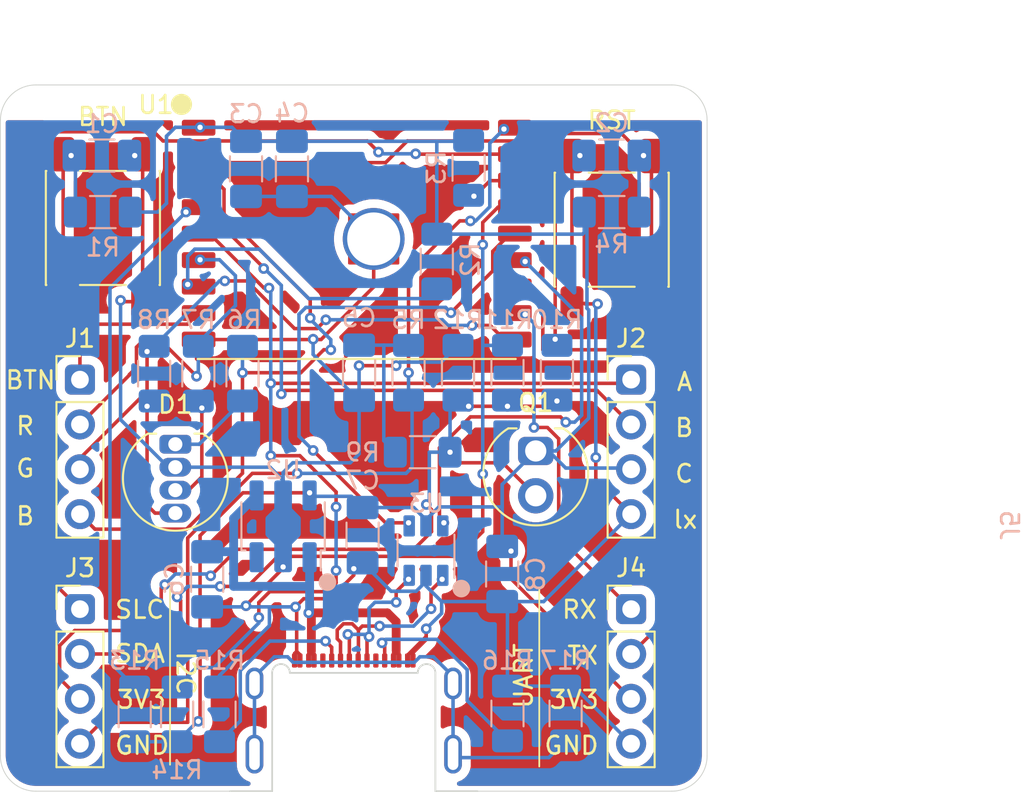
<source format=kicad_pcb>
(kicad_pcb (version 20240108) (generator "pcbnew") (generator_version "8.0")
  (layers (0 "F.Cu" signal) (31 "B.Cu" signal) (34 "B.Paste" user) (35 "F.Paste" user) (36 "B.SilkS" user "B.Silkscreen") (37 "F.SilkS" user "F.Silkscreen") (38 "B.Mask" user) (39 "F.Mask" user) (44 "Edge.Cuts" user))
  (net 0 "")
  (net 1 "BTN")
  (net 2 "GND")
  (net 3 "Net-(U1-EN)")
  (net 4 "+3.3V")
  (net 5 "Net-(C5-Pad1)")
  (net 6 "+5V")
  (net 7 "Net-(D1-Ared)")
  (net 8 "Net-(D1-Ablue)")
  (net 9 "Net-(D1-Agreen)")
  (net 10 "LED_G")
  (net 11 "LED_B")
  (net 12 "LED_R")
  (net 13 "SCL")
  (net 14 "SDA")
  (net 15 "LX_A")
  (net 16 "LX_B")
  (net 17 "LX_OUT")
  (net 18 "LX_C")
  (net 19 "TX")
  (net 20 "RX")
  (net 21 "Net-(J5-CASE)")
  (net 23 "Net-(J5-D+-PadA6)")
  (net 24 "Net-(J5-CC2)")
  (net 25 "Net-(J5-D--PadA7)")
  (net 27 "Net-(J5-CC1)")
  (net 28 "Net-(U1-IO2{slash}ADC1_2{slash}FSPIQ)")
  (net 29 "Net-(U1-IO8)")
  (net 31 "USB_D-")
  (net 32 "USB_D+")
  (footprint "GEMS_library:LED_D5.0mm-4_RGB" (layer "F.Cu") (at 105.4 46.3 -90)
    (property "Reference" "D1")
    (property "Value" "LED_BkRG")
  )
  (footprint "GEMS_library:SW_PUSH_6mm_SMD" (layer "F.Cu") (at 101.3 32.1 90)
    (property "Reference" "BTN")
    (property "Value" "BTN")
  )
  (footprint "GEMS_library:ESP32-C3-WROOM-02" (layer "F.Cu") (at 115.6675 32.421)
    (property "Reference" "U1")
    (property "Value" "ESP32-C3")
  )
  (footprint "GEMS_library:PinHeader_1x04_P2.54mm_Vertical" (layer "F.Cu") (at 131.2 44.5)
    (property "Reference" "J2")
    (property "Value" "Conn_01x04")
  )
  (footprint "GEMS_library:USB-C_MOLEX-216990-0001" (layer "F.Cu") (at 115.5 60.75)
    (property "Reference" "J5")
    (property "Value" "USB_C_USB2.0")
    (fp_line (start -7 3.25) (end -4.62 3.25) (stroke (width 0.1)) (layer "Edge.Cuts"))
    (fp_line (start -4.62 3.25) (end -4.62 -3.45) (stroke (width 0.1)) (layer "Edge.Cuts"))
    (fp_line (start 3.62 -3.45) (end -3.62 -3.45) (stroke (width 0.1)) (layer "Edge.Cuts"))
    (fp_line (start 4.62 3.25) (end 4.62 -3.45) (stroke (width 0.1)) (layer "Edge.Cuts"))
    (fp_line (start 7 3.25) (end 4.62 3.25) (stroke (width 0.1)) (layer "Edge.Cuts"))
    (fp_arc (start -4.62 -3.45) (mid -4.12 -3.95) (end -3.62 -3.45) (stroke (width 0.1)) (layer "Edge.Cuts"))
    (fp_arc (start 3.62 -3.45) (mid 4.12 -3.95) (end 4.62 -3.45) (stroke (width 0.1)) (layer "Edge.Cuts"))
  )
  (footprint "GEMS_library:PinHeader_1x04_P2.54mm_Vertical" (layer "F.Cu") (at 131.2 57.5)
    (property "Reference" "J4")
    (property "Value" "Conn_01x04")
  )
  (footprint "GEMS_library:PinHeader_1x04_P2.54mm_Vertical" (layer "F.Cu") (at 100 57.5)
    (property "Reference" "J3")
    (property "Value" "Conn_01x04")
  )
  (footprint "GEMS_library:PinHeader_1x04_P2.54mm_Vertical" (layer "F.Cu") (at 100 44.5)
    (property "Reference" "J1")
    (property "Value" "Conn_01x04")
  )
  (footprint "GEMS_library:PT_D5.0mm" (layer "F.Cu") (at 125.8 46 -90)
    (property "Reference" "Q1")
    (property "Value" "TEPT5700")
  )
  (footprint "GEMS_library:SW_PUSH_6mm_SMD" (layer "F.Cu") (at 130.1 32.2 90)
    (property "Reference" "RST")
    (property "Value" "RST")
  )
  (footprint "GEMS_library:R_1206_(3216)" (layer "B.Cu") (at 127.49 59.6 -90)
    (property "Reference" "R17")
    (property "Value" "1M")
  )
  (footprint "GEMS_library:C_1206_(3216)" (layer "B.Cu") (at 101.2444 28)
    (property "Reference" "C1")
    (property "Value" "0.1 uF")
  )
  (footprint "GEMS_library:R_1206_(3216)" (layer "B.Cu") (at 130.1 31.2)
    (property "Reference" "R4")
    (property "Value" "100k")
  )
  (footprint "GEMS_library:R_1206_(3216)" (layer "B.Cu") (at 118.6 40.3 90)
    (property "Reference" "R5")
    (property "Value" "0")
  )
  (footprint "GEMS_library:R_1206_(3216)" (layer "B.Cu") (at 109.2 40.35 -90)
    (property "Reference" "R6")
    (property "Value" "27")
  )
  (footprint "GEMS_library:R_1206_(3216)" (layer "B.Cu") (at 121.4 40.3 90)
    (property "Reference" "R12")
    (property "Value" "200k")
  )
  (footprint "GEMS_library:C_1206_(3216)" (layer "B.Cu") (at 107.2 52 -90)
    (property "Reference" "C6")
    (property "Value" "10 uF")
  )
  (footprint "GEMS_library:R_1206_(3216)" (layer "B.Cu") (at 119.4 44.8 180)
    (property "Reference" "R9")
    (property "Value" "5.1k")
  )
  (footprint "GEMS_library:R_1206_(3216)" (layer "B.Cu") (at 106.7 40.35 -90)
    (property "Reference" "R7")
    (property "Value" "80")
  )
  (footprint "GEMS_library:R_1206_(3216)" (layer "B.Cu") (at 122 28.7 -90)
    (property "Reference" "R3")
    (property "Value" "100k")
  )
  (footprint "GEMS_library:R_1206_(3216)" (layer "B.Cu") (at 120.2 34 -90)
    (property "Reference" "R2")
    (property "Value" "100k")
  )
  (footprint "GEMS_library:C_1206_(3216)" (layer "B.Cu") (at 123.9 51.7 -90)
    (property "Reference" "C8")
    (property "Value" "0.1 uF")
  )
  (footprint "GEMS_library:C_1206_(3216)" (layer "B.Cu") (at 112 28.7528 -90)
    (property "Reference" "C4")
    (property "Value" "0.1 uF")
  )
  (footprint "GEMS_library:R_1206_(3216)" (layer "B.Cu") (at 101.2952 31.2 180)
    (property "Reference" "R1")
    (property "Value" "100k")
  )
  (footprint "GEMS_library:R_1206_(3216)" (layer "B.Cu") (at 127 40.3 90)
    (property "Reference" "R10")
    (property "Value" "500")
  )
  (footprint "GEMS_library:R_1206_(3216)" (layer "B.Cu") (at 124.2 59.6 -90)
    (property "Reference" "R16")
    (property "Value" "5.1k")
  )
  (footprint "GEMS_library:R_1206_(3216)" (layer "B.Cu") (at 107.9 59.65 -90)
    (property "Reference" "R15")
    (property "Value" "5.1k")
  )
  (footprint "GEMS_library:SOT-89-5" (layer "B.Cu") (at 111.5 49 180)
    (property "Reference" "U2")
    (property "Value" "R1170H331B")
  )
  (footprint "GEMS_library:C_1206_(3216)" (layer "B.Cu") (at 115.8 40.3 -90)
    (property "Reference" "C5")
    (property "Value" "0.1 uF")
  )
  (footprint "GEMS_library:SOT-23-6" (layer "B.Cu") (at 119.5875 50.375 90)
    (property "Reference" "U3")
    (property "Value" "USBLC6-2SC6")
  )
  (footprint "GEMS_library:C_1206_(3216)" (layer "B.Cu") (at 116 49.5 -90)
    (property "Reference" "C7")
    (property "Value" "10 uF")
  )
  (footprint "GEMS_library:R_1206_(3216)" (layer "B.Cu") (at 104.2 40.35 -90)
    (property "Reference" "R8")
    (property "Value" "27")
  )
  (footprint "GEMS_library:C_1206_(3216)" (layer "B.Cu") (at 130.1 28 180)
    (property "Reference" "C2")
    (property "Value" "0.1 uF")
  )
  (footprint "GEMS_library:R_1206_(3216)" (layer "B.Cu") (at 103.1 59.65 -90)
    (property "Reference" "R13")
    (property "Value" "2.2k")
  )
  (footprint "GEMS_library:C_1206_(3216)" (layer "B.Cu") (at 109.4 28.7528 -90)
    (property "Reference" "C3")
    (property "Value" "10 uF")
  )
  (footprint "GEMS_library:R_1206_(3216)" (layer "B.Cu") (at 105.5 59.65 -90)
    (property "Reference" "R14")
    (property "Value" "2.2k")
  )
  (footprint "GEMS_library:R_1206_(3216)" (layer "B.Cu") (at 124.2 40.3 90)
    (property "Reference" "R11")
    (property "Value" "10k")
  )
  (gr_line (start 105.1 62.5) (end 105.1 52.5) (stroke (width 0.1)) (layer "F.SilkS"))
  (gr_line (start 126 62.6) (end 126 52.6) (stroke (width 0.1)) (layer "F.SilkS"))
  (gr_line (start 97.5 64) (end 108.5 64) (stroke (width 0.05)) (layer "Edge.Cuts"))
  (gr_line (start 95.5 62) (end 95.5 26) (stroke (width 0.05)) (layer "Edge.Cuts"))
  (gr_arc (start 95.5 26) (mid 96.085786 24.585786) (end 97.5 24) (stroke (width 0.05)) (layer "Edge.Cuts"))
  (gr_arc (start 135.5 62) (mid 134.914214 63.414214) (end 133.5 64) (stroke (width 0.05)) (layer "Edge.Cuts"))
  (gr_line (start 135.5 26) (end 135.5 62) (stroke (width 0.05)) (layer "Edge.Cuts"))
  (gr_arc (start 133.5 24) (mid 134.914214 24.585786) (end 135.5 26) (stroke (width 0.05)) (layer "Edge.Cuts"))
  (gr_line (start 97.5 24) (end 133.5 24) (stroke (width 0.05)) (layer "Edge.Cuts"))
  (gr_arc (start 97.5 64) (mid 96.085786 63.414214) (end 95.5 62) (stroke (width 0.05)) (layer "Edge.Cuts"))
  (gr_line (start 133.5 64) (end 122.5 64) (stroke (width 0.05)) (layer "Edge.Cuts"))
  (gr_text "C" (at 133.6 46.6 0) (layer "F.SilkS") (effects (font (size 1 1)) (justify left bottom)))
  (gr_text "RX" (at 127.2 54.3 0) (layer "F.SilkS") (effects (font (size 1 1)) (justify left bottom)))
  (gr_text "GND" (at 126.2 62 0) (layer "F.SilkS") (effects (font (size 1 1)) (justify left bottom)))
  (gr_text "A" (at 133.7 41.4 0) (layer "F.SilkS") (effects (font (size 1 1)) (justify left bottom)))
  (gr_text "SLC" (at 101.9 54.3 0) (layer "F.SilkS") (effects (font (size 1 1)) (justify left bottom)))
  (gr_text "SDA" (at 101.9 56.8 0) (layer "F.SilkS") (effects (font (size 1 1)) (justify left bottom)))
  (gr_text "GND" (at 101.9 62 0) (layer "F.SilkS") (effects (font (size 1 1)) (justify left bottom)))
  (gr_text "lx" (at 133.5 49.2 0) (layer "F.SilkS") (effects (font (size 1 1)) (justify left bottom)))
  (gr_text "UART" (at 125.7 59.4 90) (layer "F.SilkS") (effects (font (size 1 1)) (justify left bottom)))
  (gr_text "B" (at 96.3 49 0) (layer "F.SilkS") (effects (font (size 1 1)) (justify left bottom)))
  (gr_text "BTN" (at 95.7 41.3 0) (layer "F.SilkS") (effects (font (size 1 1)) (justify left bottom)))
  (gr_text "I2C" (at 105.4 56 270) (layer "F.SilkS") (effects (font (size 1 1)) (justify left bottom)))
  (gr_text "3V3" (at 102 59.4 0) (layer "F.SilkS") (effects (font (size 1 1)) (justify left bottom)))
  (gr_text "B" (at 133.6 44 0) (layer "F.SilkS") (effects (font (size 1 1)) (justify left bottom)))
  (gr_text "TX" (at 127.5 56.9 0) (layer "F.SilkS") (effects (font (size 1 1)) (justify left bottom)))
  (gr_text "R" (at 96.3 43.9 0) (layer "F.SilkS") (effects (font (size 1 1)) (justify left bottom)))
  (gr_text "G" (at 96.3 46.3 0) (layer "F.SilkS") (effects (font (size 1 1)) (justify left bottom)))
  (gr_text "3V3" (at 126.5 59.4 0) (layer "F.SilkS") (effects (font (size 1 1)) (justify left bottom)))
  (segment (start 100.325 37.55) (end 106.0885 37.55) (width 0.2) (layer "F.Cu") (net 1))
  (segment (start 99.05 27.925) (end 99.05 36.275) (width 0.2) (layer "F.Cu") (net 1))
  (segment (start 99.05 27.925) (end 99.425 27.925) (width 0.2) (layer "F.Cu") (net 1))
  (segment (start 99.425 27.925) (end 99.5 28) (width 0.2) (layer "F.Cu") (net 1))
  (segment (start 106.0885 37.55) (end 106.7175 36.921) (width 0.2) (layer "F.Cu") (net 1))
  (segment (start 100 40.69) (end 100 37.875) (width 0.2) (layer "F.Cu") (net 1))
  (segment (start 99.05 36.275) (end 100.325 37.55) (width 0.2) (layer "F.Cu") (net 1))
  (segment (start 100 37.875) (end 100.325 37.55) (width 0.2) (layer "F.Cu") (net 1))
  (via (at 99.5 28) (size 0.6) (drill 0.3) (layers "F.Cu" "B.Cu") (net 1))
  (segment (start 99.6819 28) (end 99.5 28) (width 0.2) (layer "B.Cu") (net 1))
  (segment (start 99.7452 28.0633) (end 99.6819 28) (width 0.2) (layer "B.Cu") (net 1))
  (segment (start 99.7452 31.2) (end 99.7452 28.0633) (width 0.2) (layer "B.Cu") (net 1))
  (segment (start 128.575 36.375) (end 127.85 36.375) (width 0.2) (layer "F.Cu") (net 2))
  (segment (start 109.4 53.5) (end 109.4 53.472985) (width 0.2) (layer "F.Cu") (net 2))
  (segment (start 115.5 51.765686) (end 115.5 51.4) (width 0.2) (layer "F.Cu") (net 2))
  (segment (start 129.2 46.31) (end 131.2 48.31) (width 0.2) (layer "F.Cu") (net 2))
  (segment (start 127.85 28.025) (end 128.275 28.025) (width 0.2) (layer "F.Cu") (net 2))
  (segment (start 111.5 51.372985) (end 111.5 51.3) (width 0.2) (layer "F.Cu") (net 2))
  (segment (start 119.6 54.8) (end 119.6 55.24025) (width 0.2) (layer "F.Cu") (net 2))
  (segment (start 112.45 56.2652) (end 112.45 56.6) (width 0.2) (layer "F.Cu") (net 2))
  (segment (start 119.6 55.4128) (end 118.85 56.1628) (width 0.2) (layer "F.Cu") (net 2))
  (segment (start 129.2 46.31) (end 129.2 45.1) (width 0.2) (layer "F.Cu") (net 2))
  (segment (start 103.55 36.275) (end 103.55 27.925) (width 0.2) (layer "F.Cu") (net 2))
  (segment (start 128.275 28.025) (end 128.3 28) (width 0.2) (layer "F.Cu") (net 2))
  (segment (start 112.268 56.0832) (end 112.45 56.2652) (width 0.2) (layer "F.Cu") (net 2))
  (segment (start 129.3 36.4) (end 128.6 36.4) (width 0.2) (layer "F.Cu") (net 2))
  (segment (start 128.6 36.4) (end 128.575 36.375) (width 0.2) (layer "F.Cu") (net 2))
  (segment (start 112.268 53.6305) (end 112.268 56.0832) (width 0.2) (layer "F.Cu") (net 2))
  (segment (start 103.55 36.275) (end 102.375 36.275) (width 0.2) (layer "F.Cu") (net 2))
  (segment (start 127.85 36.375) (end 127.85 28.025) (width 0.2) (layer "F.Cu") (net 2))
  (segment (start 117.9 39.9) (end 115.8 39.9) (width 0.2) (layer "F.Cu") (net 2))
  (segment (start 106.7175 38.421) (end 113.647014 38.421) (width 0.2) (layer "F.Cu") (net 2))
  (segment (start 112.2 53.5625) (end 112.268 53.6305) (width 0.2) (layer "F.Cu") (net 2))
  (segment (start 119.6 54.8) (end 119.6 55.4128) (width 0.2) (layer "F.Cu") (net 2))
  (segment (start 112.6625 53.1) (end 114.165686 53.1) (width 0.2) (layer "F.Cu") (net 2))
  (segment (start 112.15 56.6) (end 112.15 56.2012) (width 0.2) (layer "F.Cu") (net 2))
  (segment (start 116.6275 35.440514) (end 116.6275 32.721) (width 0.2) (layer "F.Cu") (net 2))
  (segment (start 106.7175 38.421) (end 107.667499 38.421) (width 0.2) (layer "F.Cu") (net 2))
  (segment (start 103.175 27.925) (end 103.1 28) (width 0.2) (layer "F.Cu") (net 2))
  (segment (start 102.375 36.275) (end 102.3 36.2) (width 0.2) (layer "F.Cu") (net 2))
  (segment (start 119.6 55.24025) (end 118.55 56.29025) (width 0.2) (layer "F.Cu") (net 2))
  (segment (start 113.647014 38.421) (end 116.6275 35.440514) (width 0.2) (layer "F.Cu") (net 2))
  (segment (start 112.2 53.5625) (end 112.6625 53.1) (width 0.2) (layer "F.Cu") (net 2))
  (segment (start 103.55 27.925) (end 103.175 27.925) (width 0.2) (layer "F.Cu") (net 2))
  (segment (start 114.165686 53.1) (end 115.5 51.765686) (width 0.2) (layer "F.Cu") (net 2))
  (segment (start 109.4 53.472985) (end 111.5 51.372985) (width 0.2) (layer "F.Cu") (net 2))
  (segment (start 118.55 56.29025) (end 118.55 56.6) (width 0.2) (layer "F.Cu") (net 2))
  (segment (start 118.85 56.1628) (end 118.85 56.6) (width 0.2) (layer "F.Cu") (net 2))
  (segment (start 112.15 56.2012) (end 112.268 56.0832) (width 0.2) (layer "F.Cu") (net 2))
  (via (at 115.5 51.4) (size 0.6) (drill 0.3) (layers "F.Cu" "B.Cu") (net 2))
  (via (at 115.8 39.9) (size 0.6) (drill 0.3) (layers "F.Cu" "B.Cu") (net 2))
  (via (at 109.4 53.5) (size 0.6) (drill 0.3) (layers "F.Cu" "B.Cu") (net 2))
  (via (at 102.3 36.2) (size 0.6) (drill 0.3) (layers "F.Cu" "B.Cu") (net 2))
  (via (at 103.1 28) (size 0.6) (drill 0.3) (layers "F.Cu" "B.Cu") (net 2))
  (via (at 117.9 39.9) (size 0.6) (drill 0.3) (layers "F.Cu" "B.Cu") (net 2))
  (via (at 119.6 54.8) (size 0.6) (drill 0.3) (layers "F.Cu" "B.Cu") (net 2))
  (via (at 128.3 28) (size 0.6) (drill 0.3) (layers "F.Cu" "B.Cu") (net 2))
  (via (at 129.2 45.1) (size 0.6) (drill 0.3) (layers "F.Cu" "B.Cu") (net 2))
  (via (at 112.2 53.5625) (size 0.6) (drill 0.3) (layers "F.Cu" "B.Cu") (net 2))
  (via (at 113.2 38.4) (size 0.6) (drill 0.3) (layers "F.Cu" "B.Cu") (net 2))
  (via (at 111.5 51.3) (size 0.6) (drill 0.3) (layers "F.Cu" "B.Cu") (net 2))
  (via (at 129.3 36.4) (size 0.6) (drill 0.3) (layers "F.Cu" "B.Cu") (net 2))
  (segment (start 107.9 57.45) (end 110.7247 54.6253) (width 0.2) (layer "B.Cu") (net 2))
  (segment (start 121.4 38.75) (end 120.45 39.7) (width 0.2) (layer "B.Cu") (net 2))
  (segment (start 102.3 42.956374) (end 102.3 36.2) (width 0.2) (layer "B.Cu") (net 2))
  (segment (start 112.051471 45.4) (end 111.5 45.951471) (width 0.2) (layer "B.Cu") (net 2))
  (segment (start 127.94 58.05) (end 131.2 61.31) (width 0.2) (layer "B.Cu") (net 2))
  (segment (start 110.76 45.65) (end 105.4 45.65) (width 0.2) (layer "B.Cu") (net 2))
  (segment (start 127.49 58.05) (end 127.94 58.05) (width 0.2) (layer "B.Cu") (net 2))
  (segment (start 115.8 44.9) (end 115.3 45.4) (width 0.2) (layer "B.Cu") (net 2))
  (segment (start 129.2 36.5) (end 129.3 36.4) (width 0.2) (layer "B.Cu") (net 2))
  (segment (start 109.4625 53.5625) (end 110.7247 53.5625) (width 0.2) (layer "B.Cu") (net 2))
  (segment (start 105.4 45.65) (end 104.993626 45.65) (width 0.2) (layer "B.Cu") (net 2))
  (segment (start 123.9 53.2625) (end 120.475001 53.2625) (width 0.2) (layer "B.Cu") (net 2))
  (segment (start 115.8 39.9) (end 115.8 41.8625) (width 0.2) (layer "B.Cu") (net 2))
  (segment (start 123.9 53.2625) (end 126.2475 53.2625) (width 0.2) (layer "B.Cu") (net 2))
  (segment (start 110.7247 54.6253) (end 110.7247 53.5625) (width 0.2) (layer "B.Cu") (net 2))
  (segment (start 129.2 45.1) (end 129.2 36.5) (width 0.2) (layer "B.Cu") (net 2))
  (segment (start 110.7247 53.5625) (end 112.2 53.5625) (width 0.2) (layer "B.Cu") (net 2))
  (segment (start 113.2 39.2625) (end 113.2 38.4) (width 0.2) (layer "B.Cu") (net 2))
  (segment (start 126.2475 53.2625) (end 131.2 48.31) (width 0.2) (layer "B.Cu") (net 2))
  (segment (start 111.5 49) (end 111.5 46.39) (width 0.2) (layer "B.Cu") (net 2))
  (segment (start 109.4 53.5) (end 109.4625 53.5625) (width 0.2) (layer "B.Cu") (net 2))
  (segment (start 111.5 46.39) (end 110.76 45.65) (width 0.2) (layer "B.Cu") (net 2))
  (segment (start 107.2 53.5625) (end 109.3375 53.5625) (width 0.2) (layer "B.Cu") (net 2))
  (segment (start 117.6125 52.675) (end 116 51.0625) (width 0.2) (layer "B.Cu") (net 2))
  (segment (start 119.5875 52.11985) (end 119.03235 52.675) (width 0.2) (layer "B.Cu") (net 2))
  (segment (start 107.9 58.1) (end 107.9 57.45) (width 0.2) (layer "B.Cu") (net 2))
  (segment (start 124.2 53.5625) (end 123.9 53.2625) (width 0.2) (layer "B.Cu") (net 2))
  (segment (start 120.45 39.7) (end 118.1 39.7) (width 0.2) (layer "B.Cu") (net 2))
  (segment (start 119.03235 52.675) (end 117.6125 52.675) (width 0.2) (layer "B.Cu") (net 2))
  (segment (start 115.8 41.8625) (end 115.8 44.9) (width 0.2) (layer "B.Cu") (net 2))
  (segment (start 112 30.3153) (end 114.2218 30.3153) (width 0.2) (layer "B.Cu") (net 2))
  (segment (start 111.5 45.951471) (end 111.5 49) (width 0.2) (layer "B.Cu") (net 2))
  (segment (start 115.8 41.8625) (end 113.2 39.2625) (width 0.2) (layer "B.Cu") (net 2))
  (segment (start 104.993626 45.65) (end 102.3 42.956374) (width 0.2) (layer "B.Cu") (net 2))
  (segment (start 109.3375 53.5625) (end 109.4 53.5) (width 0.2) (layer "B.Cu") (net 2))
  (segment (start 128.5375 28) (end 128.3 28) (width 0.2) (layer "B.Cu") (net 2))
  (segment (start 118.1 39.7) (end 117.9 39.9) (width 0.2) (layer "B.Cu") (net 2))
  (segment (start 115.3 45.4) (end 112.051471 45.4) (width 0.2) (layer "B.Cu") (net 2))
  (segment (start 120.475001 53.2625) (end 119.5875 52.374999) (width 0.2) (layer "B.Cu") (net 2))
  (segment (start 124.2 58.05) (end 127.49 58.05) (width 0.2) (layer "B.Cu") (net 2))
  (segment (start 119.5875 52.374999) (end 119.5875 51.775) (width 0.2) (layer "B.Cu") (net 2))
  (segment (start 124.2 58.05) (end 124.2 53.5625) (width 0.2) (layer "B.Cu") (net 2))
  (segment (start 120.475001 53.924999) (end 120.475001 53.2625) (width 0.2) (layer "B.Cu") (net 2))
  (segment (start 102.8069 28) (end 103.1 28) (width 0.2) (layer "B.Cu") (net 2))
  (segment (start 119.5875 51.775) (end 119.5875 52.11985) (width 0.2) (layer "B.Cu") (net 2))
  (segment (start 119.6 54.8) (end 120.475001 53.924999) (width 0.2) (layer "B.Cu") (net 2))
  (segment (start 109.4 30.3153) (end 112 30.3153) (width 0.2) (layer "B.Cu") (net 2))
  (segment (start 114.2218 30.3153) (end 116.6275 32.721) (width 0.2) (layer "B.Cu") (net 2))
  (segment (start 132.35 36.375) (end 132.35 28.025) (width 0.2) (layer "F.Cu") (net 3))
  (segment (start 125.616424 27.171) (end 126.037424 26.75) (width 0.2) (layer "F.Cu") (net 3))
  (segment (start 132.35 28.025) (end 131.925 28.025) (width 0.2) (layer "F.Cu") (net 3))
  (segment (start 130.65 26.75) (end 131.9 28) (width 0.2) (layer "F.Cu") (net 3))
  (segment (start 126.037424 26.75) (end 130.65 26.75) (width 0.2) (layer "F.Cu") (net 3))
  (segment (start 131.925 28.025) (end 131.9 28) (width 0.2) (layer "F.Cu") (net 3))
  (segment (start 118.529 27.171) (end 125.616424 27.171) (width 0.2) (layer "F.Cu") (net 3))
  (segment (start 106.7175 27.921) (end 107.1965 28.4) (width 0.2) (layer "F.Cu") (net 3))
  (segment (start 107.1965 28.4) (end 117.3 28.4) (width 0.2) (layer "F.Cu") (net 3))
  (segment (start 117.3 28.4) (end 118.529 27.171) (width 0.2) (layer "F.Cu") (net 3))
  (via (at 131.9 28) (size 0.6) (drill 0.3) (layers "F.Cu" "B.Cu") (net 3))
  (segment (start 131.6625 28) (end 131.9 28) (width 0.2) (layer "B.Cu") (net 3))
  (segment (start 131.65 28.0125) (end 131.6625 28) (width 0.2) (layer "B.Cu") (net 3))
  (segment (start 131.65 31.2) (end 131.65 28.0125) (width 0.2) (layer "B.Cu") (net 3))
  (segment (start 106.8 59.945679) (end 106.8 49.525169) (width 0.2) (layer "F.Cu") (net 4))
  (segment (start 106.8 49.525169) (end 109.225169 47.1) (width 0.2) (layer "F.Cu") (net 4))
  (segment (start 106.779 26.421) (end 106.8 26.4) (width 0.2) (layer "F.Cu") (net 4))
  (segment (start 109.225169 47.1) (end 113 47.1) (width 0.2) (layer "F.Cu") (net 4))
  (segment (start 124.4 50.4) (end 124.4 51.97) (width 0.2) (layer "F.Cu") (net 4))
  (segment (start 124.4 51.97) (end 131.2 58.77) (width 0.2) (layer "F.Cu") (net 4))
  (segment (start 106.7175 26.421) (end 106.779 26.421) (width 0.2) (layer "F.Cu") (net 4))
  (segment (start 106.7 60.045679) (end 106.8 59.945679) (width 0.2) (layer "F.Cu") (net 4))
  (via (at 106.8 26.4) (size 0.6) (drill 0.3) (layers "F.Cu" "B.Cu") (net 4))
  (via (at 106.7 60.045679) (size 0.6) (drill 0.3) (layers "F.Cu" "B.Cu") (net 4))
  (via (at 124.4 50.4) (size 0.6) (drill 0.3) (layers "F.Cu" "B.Cu") (net 4))
  (via (at 113 47.1) (size 0.6) (drill 0.3) (layers "F.Cu" "B.Cu") (net 4))
  (segment (start 103.1 61.2) (end 105.5 61.2) (width 0.2) (layer "B.Cu") (net 4))
  (segment (start 115.3625 47.3) (end 113.05 47.3) (width 0.2) (layer "B.Cu") (net 4))
  (segment (start 128.45 32.45) (end 120.2 32.45) (width 0.2) (layer "B.Cu") (net 4))
  (segment (start 123.9 46.63) (end 125.8 44.73) (width 0.2) (layer "B.Cu") (net 4))
  (segment (start 128.55 31.2) (end 128.55 32.25) (width 0.2) (layer "B.Cu") (net 4))
  (segment (start 131.13 45.7) (end 131.2 45.77) (width 0.2) (layer "B.Cu") (net 4))
  (segment (start 102.8452 31.2) (end 104.4 31.2) (width 0.2) (layer "B.Cu") (net 4))
  (segment (start 128.8 42.87) (end 126.94 44.73) (width 0.2) (layer "B.Cu") (net 4))
  (segment (start 105.4 26.4) (end 106.8 26.4) (width 0.2) (layer "B.Cu") (net 4))
  (segment (start 128.8 36.748529) (end 128.8 42.87) (width 0.2) (layer "B.Cu") (net 4))
  (segment (start 108.6097 26.4) (end 106.8 26.4) (width 0.2) (layer "B.Cu") (net 4))
  (segment (start 119.5875 48.63015) (end 120.31765 47.9) (width 0.2) (layer "B.Cu") (net 4))
  (segment (start 109.4 27.1903) (end 112 27.1903) (width 0.2) (layer "B.Cu") (net 4))
  (segment (start 121.9597 27.1903) (end 122 27.15) (width 0.2) (layer "B.Cu") (net 4))
  (segment (start 128.7 31.95) (end 128.7 36.648529) (width 0.2) (layer "B.Cu") (net 4))
  (segment (start 119.5875 48.63015) (end 119.5875 48.975) (width 0.2) (layer "B.Cu") (net 4))
  (segment (start 112 27.1903) (end 120.2 27.1903) (width 0.2) (layer "B.Cu") (net 4))
  (segment (start 127.5 45.7) (end 131.13 45.7) (width 0.2) (layer "B.Cu") (net 4))
  (segment (start 128.7 36.648529) (end 128.8 36.748529) (width 0.2) (layer "B.Cu") (net 4))
  (segment (start 106.654321 60.045679) (end 105.5 61.2) (width 0.2) (layer "B.Cu") (net 4))
  (segment (start 116 47.9375) (end 115.3625 47.3) (width 0.2) (layer "B.Cu") (net 4))
  (segment (start 128.55 31.2) (end 129 31.65) (width 0.2) (layer "B.Cu") (net 4))
  (segment (start 120.2 32.45) (end 120.2 27.1903) (width 0.2) (layer "B.Cu") (net 4))
  (segment (start 109.4 27.1903) (end 108.6097 26.4) (width 0.2) (layer "B.Cu") (net 4))
  (segment (start 128.6 32.3) (end 128.45 32.45) (width 0.2) (layer "B.Cu") (net 4))
  (segment (start 118.89485 47.9375) (end 119.5875 48.63015) (width 0.2) (layer "B.Cu") (net 4))
  (segment (start 104.9 30.7) (end 104.9 26.9) (width 0.2) (layer "B.Cu") (net 4))
  (segment (start 120.2 27.1903) (end 121.9597 27.1903) (width 0.2) (layer "B.Cu") (net 4))
  (segment (start 104.4 31.2) (end 104.9 30.7) (width 0.2) (layer "B.Cu") (net 4))
  (segment (start 129 31.65) (end 128.7 31.95) (width 0.2) (layer "B.Cu") (net 4))
  (segment (start 123.9 50.1375) (end 123.9 46.63) (width 0.2) (layer "B.Cu") (net 4))
  (segment (start 128.55 32.25) (end 128.6 32.3) (width 0.2) (layer "B.Cu") (net 4))
  (segment (start 106.7 60.045679) (end 106.654321 60.045679) (width 0.2) (layer "B.Cu") (net 4))
  (segment (start 116 47.9375) (end 118.89485 47.9375) (width 0.2) (layer "B.Cu") (net 4))
  (segment (start 120.31765 47.9) (end 123.9 47.9) (width 0.2) (layer "B.Cu") (net 4))
  (segment (start 123.9 47.9) (end 123.9 46.63) (width 0.2) (layer "B.Cu") (net 4))
  (segment (start 126.53 44.73) (end 125.8 44.73) (width 0.2) (layer "B.Cu") (net 4))
  (segment (start 126.94 44.73) (end 125.8 44.73) (width 0.2) (layer "B.Cu") (net 4))
  (segment (start 104.9 26.9) (end 105.4 26.4) (width 0.2) (layer "B.Cu") (net 4))
  (segment (start 113.05 47.3) (end 113 47.25) (width 0.2) (layer "B.Cu") (net 4))
  (segment (start 127.5 45.7) (end 126.53 44.73) (width 0.2) (layer "B.Cu") (net 4))
  (segment (start 118.5875 38.7375) (end 118.6 38.75) (width 0.2) (layer "B.Cu") (net 5))
  (segment (start 115.8 38.7375) (end 117.2 38.7375) (width 0.2) (layer "B.Cu") (net 5))
  (segment (start 117.2 44.15) (end 117.2 38.7375) (width 0.2) (layer "B.Cu") (net 5))
  (segment (start 117.85 44.8) (end 117.2 44.15) (width 0.2) (layer "B.Cu") (net 5))
  (segment (start 117.2 38.7375) (end 118.5875 38.7375) (width 0.2) (layer "B.Cu") (net 5))
  (segment (start 118.0364 56.1756) (end 117.9 56.0392) (width 0.2) (layer "F.Cu") (net 6))
  (segment (start 117.9 56.0392) (end 117.9 54.4) (width 0.5) (layer "F.Cu") (net 6))
  (segment (start 113.1 56.064) (end 113.1 54.05) (width 0.5) (layer "F.Cu") (net 6))
  (segment (start 117.9 54.4) (end 117.4 53.9) (width 0.5) (layer "F.Cu") (net 6))
  (segment (start 113.1 54.05) (end 112.95 53.9) (width 0.5) (layer "F.Cu") (net 6))
  (segment (start 113.1 56.064) (end 112.95 56.214) (width 0.2) (layer "F.Cu") (net 6))
  (segment (start 117.75 56.1892) (end 117.9 56.0392) (width 0.2) (layer "F.Cu") (net 6))
  (segment (start 118.05 56.1756) (end 118.05 56.6) (width 0.2) (layer "F.Cu") (net 6))
  (segment (start 113.25 56.214) (end 113.1 56.064) (width 0.2) (layer "F.Cu") (net 6))
  (segment (start 117.4 53.9) (end 112.95 53.9) (width 0.5) (layer "F.Cu") (net 6))
  (segment (start 113.25 56.6) (end 113.25 56.214) (width 0.2) (layer "F.Cu") (net 6))
  (segment (start 112.95 56.214) (end 112.95 56.6) (width 0.2) (layer "F.Cu") (net 6))
  (segment (start 117.75 56.6) (end 117.75 56.1892) (width 0.2) (layer "F.Cu") (net 6))
  (segment (start 118.05 56.1756) (end 118.0364 56.1756) (width 0.2) (layer "F.Cu") (net 6))
  (via (at 112.95 53.9) (size 0.6) (drill 0.3) (layers "F.Cu" "B.Cu") (net 6))
  (segment (start 108.7 50.5) (end 108.7 48.55) (width 0.5) (layer "B.Cu") (net 6))
  (segment (start 107.2 50.4375) (end 108.6375 50.4375) (width 0.5) (layer "B.Cu") (net 6))
  (segment (start 108.6375 50.4375) (end 108.7 50.5) (width 0.2) (layer "B.Cu") (net 6))
  (segment (start 108.7 52.4) (end 108.7 50.5) (width 0.5) (layer "B.Cu") (net 6))
  (segment (start 113 52.4) (end 108.7 52.4) (width 0.5) (layer "B.Cu") (net 6))
  (segment (start 113 53.85) (end 113 52.4) (width 0.5) (layer "B.Cu") (net 6))
  (segment (start 113 52.4) (end 113 50.75) (width 0.5) (layer "B.Cu") (net 6))
  (segment (start 112.95 53.9) (end 113 53.85) (width 0.2) (layer "B.Cu") (net 6))
  (segment (start 108.7 48.55) (end 110 47.25) (width 0.5) (layer "B.Cu") (net 6))
  (segment (start 106.15 46.95) (end 105.4 46.95) (width 0.2) (layer "F.Cu") (net 7))
  (segment (start 106.9 42.3) (end 106.9 46.2) (width 0.2) (layer "F.Cu") (net 7))
  (segment (start 106.9 46.2) (end 106.15 46.95) (width 0.2) (layer "F.Cu") (net 7))
  (via (at 106.9 42.3) (size 0.6) (drill 0.3) (layers "F.Cu" "B.Cu") (net 7))
  (segment (start 106.7 41.9) (end 106.7 42.1) (width 0.2) (layer "B.Cu") (net 7))
  (segment (start 106.7 42.1) (end 106.9 42.3) (width 0.2) (layer "B.Cu") (net 7))
  (segment (start 109.2 41.9) (end 106.75 44.35) (width 0.2) (layer "B.Cu") (net 8))
  (segment (start 106.75 44.35) (end 105.4 44.35) (width 0.2) (layer "B.Cu") (net 8))
  (segment (start 103.8 47.8) (end 104.25 48.25) (width 0.2) (layer "F.Cu") (net 9))
  (segment (start 104.25 48.25) (end 105.4 48.25) (width 0.2) (layer "F.Cu") (net 9))
  (segment (start 103.8 42.2) (end 103.8 47.8) (width 0.2) (layer "F.Cu") (net 9))
  (via (at 103.8 42.2) (size 0.6) (drill 0.3) (layers "F.Cu" "B.Cu") (net 9))
  (segment (start 104.1 41.9) (end 103.8 42.2) (width 0.2) (layer "B.Cu") (net 9))
  (segment (start 104.2 41.9) (end 104.1 41.9) (width 0.2) (layer "B.Cu") (net 9))
  (segment (start 100 45.77) (end 100 45.151471) (width 0.2) (layer "F.Cu") (net 10))
  (segment (start 122.2 37.62037) (end 123.22037 37.62037) (width 0.2) (layer "F.Cu") (net 10))
  (segment (start 112.148529 37.8) (end 109.448529 35.1) (width 0.2) (layer "F.Cu") (net 10))
  (segment (start 113.419484 37.8) (end 112.148529 37.8) (width 0.2) (layer "F.Cu") (net 10))
  (segment (start 124.021 38.421) (end 124.6175 38.421) (width 0.2) (layer "F.Cu") (net 10))
  (segment (start 109.448529 35.1) (end 108.2 35.1) (width 0.2) (layer "F.Cu") (net 10))
  (segment (start 123.22037 37.62037) (end 124.021 38.421) (width 0.2) (layer "F.Cu") (net 10))
  (segment (start 113.919484 37.3) (end 113.419484 37.8) (width 0.2) (layer "F.Cu") (net 10))
  (segment (start 100 45.151471) (end 103.8 41.351471) (width 0.2) (layer "F.Cu") (net 10))
  (segment (start 103.8 41.351471) (end 103.8 39.1) (width 0.2) (layer "F.Cu") (net 10))
  (via (at 113.919484 37.3) (size 0.6) (drill 0.3) (layers "F.Cu" "B.Cu") (net 10))
  (via (at 122.2 37.62037) (size 0.6) (drill 0.3) (layers "F.Cu" "B.Cu") (net 10))
  (via (at 103.8 39.1) (size 0.6) (drill 0.3) (layers "F.Cu" "B.Cu") (net 10))
  (via (at 108.2 35.1) (size 0.6) (drill 0.3) (layers "F.Cu" "B.Cu") (net 10))
  (segment (start 104.2 38.8) (end 107.9 35.1) (width 0.2) (layer "B.Cu") (net 10))
  (segment (start 120.836056 37.62037) (end 122.2 37.62037) (width 0.2) (layer "B.Cu") (net 10))
  (segment (start 120.515686 37.3) (end 120.836056 37.62037) (width 0.2) (layer "B.Cu") (net 10))
  (segment (start 113.919484 37.3) (end 120.515686 37.3) (width 0.2) (layer "B.Cu") (net 10))
  (segment (start 107.9 35.1) (end 108.2 35.1) (width 0.2) (layer "B.Cu") (net 10))
  (segment (start 113.8 39) (end 112.5 40.3) (width 0.2) (layer "F.Cu") (net 11))
  (segment (start 109.2 40.3) (end 112.5 40.3) (width 0.2) (layer "F.Cu") (net 11))
  (segment (start 113.035478 36.186949) (end 108.155555 31.307026) (width 0.2) (layer "F.Cu") (net 11))
  (segment (start 106.033797 49.16) (end 109.2 45.993797) (width 0.2) (layer "F.Cu") (net 11))
  (segment (start 109.2 45.993797) (end 109.2 40.3) (width 0.2) (layer "F.Cu") (net 11))
  (segment (start 108.155555 31.307026) (end 108.155555 29.909056) (width 0.2) (layer "F.Cu") (net 11))
  (segment (start 114.2 39) (end 113.8 39) (width 0.2) (layer "F.Cu") (net 11))
  (segment (start 100 48.31) (end 100.85 49.16) (width 0.2) (layer "F.Cu") (net 11))
  (segment (start 100.85 49.16) (end 106.033797 49.16) (width 0.2) (layer "F.Cu") (net 11))
  (segment (start 108.155555 29.909056) (end 107.667499 29.421) (width 0.2) (layer "F.Cu") (net 11))
  (segment (start 107.667499 29.421) (end 106.7175 29.421) (width 0.2) (layer "F.Cu") (net 11))
  (segment (start 113.035478 37.2) (end 113.035478 36.186949) (width 0.2) (layer "F.Cu") (net 11))
  (via (at 113.035478 37.2) (size 0.6) (drill 0.3) (layers "F.Cu" "B.Cu") (net 11))
  (via (at 109.2 40.3) (size 0.6) (drill 0.3) (layers "F.Cu" "B.Cu") (net 11))
  (via (at 114.2 39) (size 0.6) (drill 0.3) (layers "F.Cu" "B.Cu") (net 11))
  (segment (start 114.2 38.429045) (end 114.2 39) (width 0.2) (layer "B.Cu") (net 11))
  (segment (start 113.670955 37.9) (end 114.2 38.429045) (width 0.2) (layer "B.Cu") (net 11))
  (segment (start 113.035478 37.2) (end 113.035478 37.264523) (width 0.2) (layer "B.Cu") (net 11))
  (segment (start 109.2 38.8) (end 109.2 40.3) (width 0.2) (layer "B.Cu") (net 11))
  (segment (start 113.035478 37.264523) (end 113.670955 37.9) (width 0.2) (layer "B.Cu") (net 11))
  (segment (start 100 43.23) (end 102.8 40.43) (width 0.2) (layer "F.Cu") (net 12))
  (segment (start 103.2 40) (end 103.2 38.851471) (width 0.2) (layer "F.Cu") (net 12))
  (segment (start 103.2 38.851471) (end 103.551471 38.5) (width 0.2) (layer "F.Cu") (net 12))
  (segment (start 102.8 40.4) (end 103.2 40) (width 0.2) (layer "F.Cu") (net 12))
  (segment (start 103.551471 38.5) (end 104.6 38.5) (width 0.2) (layer "F.Cu") (net 12))
  (segment (start 102.8 40.43) (end 102.8 40.4) (width 0.2) (layer "F.Cu") (net 12))
  (segment (start 106.779 33.921) (end 106.8 33.9) (width 0.2) (layer "F.Cu") (net 12))
  (segment (start 104.6 38.5) (end 106.6 40.5) (width 0.2) (layer "F.Cu") (net 12))
  (segment (start 106.7175 33.921) (end 106.779 33.921) (width 0.2) (layer "F.Cu") (net 12))
  (via (at 106.8 33.9) (size 0.6) (drill 0.3) (layers "F.Cu" "B.Cu") (net 12))
  (via (at 106.6 40.5) (size 0.6) (drill 0.3) (layers "F.Cu" "B.Cu") (net 12))
  (segment (start 106.7 38.6) (end 108.8 36.5) (width 0.2) (layer "B.Cu") (net 12))
  (segment (start 106.7 38.8) (end 106.7 40.4) (width 0.2) (layer "B.Cu") (net 12))
  (segment (start 107.9 33.9) (end 106.8 33.9) (width 0.2) (layer "B.Cu") (net 12))
  (segment (start 108.8 34.8) (end 107.9 33.9) (width 0.2) (layer "B.Cu") (net 12))
  (segment (start 108.8 36.5) (end 108.8 34.8) (width 0.2) (layer "B.Cu") (net 12))
  (segment (start 106.7 38.8) (end 106.7 38.6) (width 0.2) (layer "B.Cu") (net 12))
  (segment (start 106.7 40.4) (end 106.6 40.5) (width 0.2) (layer "B.Cu") (net 12))
  (segment (start 110.414215 35.5) (end 110.7 35.5) (width 0.2) (layer "F.Cu") (net 13))
  (segment (start 114.5 47.9) (end 114.5 47.051471) (width 0.2) (layer "F.Cu") (net 13))
  (segment (start 114.5 47.051471) (end 112.448529 45) (width 0.2) (layer "F.Cu") (net 13))
  (segment (start 114.5 52.2) (end 114.5 51.5) (width 0.2) (layer "F.Cu") (net 13))
  (segment (start 110.738671 52.7) (end 114 52.7) (width 0.2) (layer "F.Cu") (net 13))
  (segment (start 112.448529 45) (end 110.8 45) (width 0.2) (layer "F.Cu") (net 13))
  (segment (start 110.1247 53.313971) (end 110.738671 52.7) (width 0.2) (layer "F.Cu") (net 13))
  (segment (start 107.335215 32.421) (end 110.414215 35.5) (width 0.2) (layer "F.Cu") (net 13))
  (segment (start 110.1247 54.1625) (end 110.1247 53.313971) (width 0.2) (layer "F.Cu") (net 13))
  (segment (start 110.8 40.9) (end 130.99 40.9) (width 0.2) (layer "F.Cu") (net 13))
  (segment (start 130.99 40.9) (end 131.2 40.69) (width 0.2) (layer "F.Cu") (net 13))
  (segment (start 114 52.7) (end 114.5 52.2) (width 0.2) (layer "F.Cu") (net 13))
  (segment (start 106.7175 32.421) (end 107.335215 32.421) (width 0.2) (layer "F.Cu") (net 13))
  (via (at 110.8 40.9) (size 0.6) (drill 0.3) (layers "F.Cu" "B.Cu") (net 13))
  (via (at 110.7 35.5) (size 0.6) (drill 0.3) (layers "F.Cu" "B.Cu") (net 13))
  (via (at 110.1247 54.1625) (size 0.6) (drill 0.3) (layers "F.Cu" "B.Cu") (net 13))
  (via (at 114.5 47.9) (size 0.6) (drill 0.3) (layers "F.Cu" "B.Cu") (net 13))
  (via (at 110.8 45) (size 0.6) (drill 0.3) (layers "F.Cu" "B.Cu") (net 13))
  (via (at 114.5 51.5) (size 0.6) (drill 0.3) (layers "F.Cu" "B.Cu") (net 13))
  (segment (start 106.6 57) (end 105.5 58.1) (width 0.2) (layer "B.Cu") (net 13))
  (segment (start 110.8 35.6) (end 110.7 35.5) (width 0.2) (layer "B.Cu") (net 13))
  (segment (start 110.8 40.9) (end 110.8 35.6) (width 0.2) (layer "B.Cu") (net 13))
  (segment (start 110.8 45) (end 110.8 40.9) (width 0.2) (layer "B.Cu") (net 13))
  (segment (start 107.6 57) (end 106.6 57) (width 0.2) (layer "B.Cu") (net 13))
  (segment (start 110.1247 54.4753) (end 107.6 57) (width 0.2) (layer "B.Cu") (net 13))
  (segment (start 110.1247 54.1625) (end 110.1247 54.4753) (width 0.2) (layer "B.Cu") (net 13))
  (segment (start 114.5 47.9) (end 114.5 51.5) (width 0.2) (layer "B.Cu") (net 13))
  (segment (start 111.6 41.3) (end 129.27 41.3) (width 0.2) (layer "F.Cu") (net 14))
  (segment (start 110.4 34.4) (end 110.4 34.354576) (width 0.2) (layer "F.Cu") (net 14))
  (segment (start 106.4385 31.2) (end 106.7175 30.921) (width 0.2) (layer "F.Cu") (net 14))
  (segment (start 129.27 41.3) (end 131.2 43.23) (width 0.2) (layer "F.Cu") (net 14))
  (segment (start 106.966424 30.921) (end 106.7175 30.921) (width 0.2) (layer "F.Cu") (net 14))
  (segment (start 106 31.2) (end 106.4385 31.2) (width 0.2) (layer "F.Cu") (net 14))
  (segment (start 111.4 41.5) (end 111.6 41.3) (width 0.2) (layer "F.Cu") (net 14))
  (segment (start 110.4 34.354576) (end 106.966424 30.921) (width 0.2) (layer "F.Cu") (net 14))
  (via (at 106 31.2) (size 0.6) (drill 0.3) (layers "F.Cu" "B.Cu") (net 14))
  (via (at 110.4 34.4) (size 0.6) (drill 0.3) (layers "F.Cu" "B.Cu") (net 14))
  (via (at 111.4 41.5) (size 0.6) (drill 0.3) (layers "F.Cu" "B.Cu") (net 14))
  (segment (start 111.4 35.351471) (end 110.448529 34.4) (width 0.2) (layer "B.Cu") (net 14))
  (segment (start 111.4 41.5) (end 111.4 35.351471) (width 0.2) (layer "B.Cu") (net 14))
  (segment (start 101.7 56.7) (end 101.7 35.5) (width 0.2) (layer "B.Cu") (net 14))
  (segment (start 110.448529 34.4) (end 110.4 34.4) (width 0.2) (layer "B.Cu") (net 14))
  (segment (start 101.7 35.5) (end 106 31.2) (width 0.2) (layer "B.Cu") (net 14))
  (segment (start 103.1 58.1) (end 101.7 56.7) (width 0.2) (layer "B.Cu") (net 14))
  (segment (start 98.1 26.970836) (end 98.1 51.79) (width 0.2) (layer "F.Cu") (net 15))
  (segment (start 126.9 29.253501) (end 126.9 38.4) (width 0.2) (layer "F.Cu") (net 15))
  (segment (start 124.6175 27.921) (end 125.567499 27.921) (width 0.2) (layer "F.Cu") (net 15))
  (segment (start 98.420836 26.65) (end 98.1 26.970836) (width 0.2) (layer "F.Cu") (net 15))
  (segment (start 104.700164 27.171) (end 104.179164 26.65) (width 0.2) (layer "F.Cu") (net 15))
  (segment (start 104.179164 26.65) (end 98.420836 26.65) (width 0.2) (layer "F.Cu") (net 15))
  (segment (start 119.021 27.921) (end 119 27.9) (width 0.2) (layer "F.Cu") (net 15))
  (segment (start 98.1 51.79) (end 100 53.69) (width 0.2) (layer "F.Cu") (net 15))
  (segment (start 116.9 27.8) (end 116.271 27.171) (width 0.2) (layer "F.Cu") (net 15))
  (segment (start 125.567499 27.921) (end 126.9 29.253501) (width 0.2) (layer "F.Cu") (net 15))
  (segment (start 116.271 27.171) (end 104.700164 27.171) (width 0.2) (layer "F.Cu") (net 15))
  (segment (start 124.6175 27.921) (end 119.021 27.921) (width 0.2) (layer "F.Cu") (net 15))
  (via (at 119 27.9) (size 0.6) (drill 0.3) (layers "F.Cu" "B.Cu") (net 15))
  (via (at 126.9 38.4) (size 0.6) (drill 0.3) (layers "F.Cu" "B.Cu") (net 15))
  (via (at 116.9 27.8) (size 0.6) (drill 0.3) (layers "F.Cu" "B.Cu") (net 15))
  (segment (start 117 27.9) (end 116.9 27.8) (width 0.2) (layer "B.Cu") (net 15))
  (segment (start 119 27.9) (end 117 27.9) (width 0.2) (layer "B.Cu") (net 15))
  (segment (start 105.5 53) (end 105.7 53.2) (width 0.2) (layer "F.Cu") (net 16))
  (segment (start 122.8 46.03) (end 122.8 49.3) (width 0.2) (layer "F.Cu") (net 16))
  (segment (start 122.8 49.3) (end 121.4 50.7) (width 0.2) (layer "F.Cu") (net 16))
  (segment (start 122.8 33.05) (end 122.8 31.788501) (width 0.2) (layer "F.Cu") (net 16))
  (segment (start 109.496024 52.403976) (end 107.937559 52.403976) (width 0.2) (layer "F.Cu") (net 16))
  (segment (start 121.4 50.7) (end 111.2 50.7) (width 0.2) (layer "F.Cu") (net 16))
  (segment (start 122.8 31.788501) (end 123.667501 30.921) (width 0.2) (layer "F.Cu") (net 16))
  (segment (start 105.7 53.2) (end 105.7 56.23) (width 0.2) (layer "F.Cu") (net 16))
  (segment (start 123.667501 30.921) (end 124.6175 30.921) (width 0.2) (layer "F.Cu") (net 16))
  (segment (start 111.2 50.7) (end 109.496024 52.403976) (width 0.2) (layer "F.Cu") (net 16))
  (segment (start 105.7 56.23) (end 100 56.23) (width 0.2) (layer "F.Cu") (net 16))
  (via (at 122.8 33.05) (size 0.6) (drill 0.3) (layers "F.Cu" "B.Cu") (net 16))
  (via (at 105.5 53) (size 0.6) (drill 0.3) (layers "F.Cu" "B.Cu") (net 16))
  (via (at 122.8 46.03) (size 0.6) (drill 0.3) (layers "F.Cu" "B.Cu") (net 16))
  (via (at 107.937559 52.403976) (size 0.6) (drill 0.3) (layers "F.Cu" "B.Cu") (net 16))
  (segment (start 122.8 38.7) (end 122.8 39.3) (width 0.2) (layer "B.Cu") (net 16))
  (segment (start 122.8 46.03) (end 122.8 39.3) (width 0.2) (layer "B.Cu") (net 16))
  (segment (start 122.8 33.05) (end 122.8 38.7) (width 0.2) (layer "B.Cu") (net 16))
  (segment (start 122.85 38.75) (end 122.8 38.7) (width 0.2) (layer "B.Cu") (net 16))
  (segment (start 107.937559 52.403976) (end 106.096024 52.403976) (width 0.2) (layer "B.Cu") (net 16))
  (segment (start 124.2 38.75) (end 122.85 38.75) (width 0.2) (layer "B.Cu") (net 16))
  (segment (start 106.096024 52.403976) (end 105.5 53) (width 0.2) (layer "B.Cu") (net 16))
  (segment (start 118.6 40.3) (end 118.6 34.599386) (width 0.2) (layer "F.Cu") (net 17))
  (segment (start 109.759483 46) (end 106.1 49.659483) (width 0.2) (layer "F.Cu") (net 17))
  (segment (start 118.6 34.599386) (end 121.499386 31.7) (width 0.2) (layer "F.Cu") (net 17))
  (segment (start 101.21 60.1) (end 100 61.31) (width 0.2) (layer "F.Cu") (net 17))
  (segment (start 106.1 49.659483) (end 106.1 60.1) (width 0.2) (layer "F.Cu") (net 17))
  (segment (start 112.3 46) (end 109.759483 46) (width 0.2) (layer "F.Cu") (net 17))
  (segment (start 121.499386 31.7) (end 122.1 31.7) (width 0.2) (layer "F.Cu") (net 17))
  (segment (start 106.1 60.1) (end 101.21 60.1) (width 0.2) (layer "F.Cu") (net 17))
  (via (at 122.1 31.7) (size 0.6) (drill 0.3) (layers "F.Cu" "B.Cu") (net 17))
  (via (at 118.6 40.3) (size 0.6) (drill 0.3) (layers "F.Cu" "B.Cu") (net 17))
  (via (at 112.3 46) (size 0.6) (drill 0.3) (layers "F.Cu" "B.Cu") (net 17))
  (via (at 124 26.5) (size 0.6) (drill 0.3) (layers "F.Cu" "B.Cu") (net 17))
  (segment (start 122.4 31.7) (end 122.1 31.7) (width 0.2) (layer "B.Cu") (net 17))
  (segment (start 118.6 41.85) (end 118.6 40.3) (width 0.2) (layer "B.Cu") (net 17))
  (segment (start 118.459744 46) (end 118.8 45.659744) (width 0.2) (layer "B.Cu") (net 17))
  (segment (start 124 26.5) (end 123.2 27.3) (width 0.2) (layer "B.Cu") (net 17))
  (segment (start 118.8 45.659744) (end 118.8 42.05) (width 0.2) (layer "B.Cu") (net 17))
  (segment (start 118.8 42.05) (end 118.6 41.85) (width 0.2) (layer "B.Cu") (net 17))
  (segment (start 112.3 46) (end 118.459744 46) (width 0.2) (layer "B.Cu") (net 17))
  (segment (start 123.2 30.9) (end 122.4 31.7) (width 0.2) (layer "B.Cu") (net 17))
  (segment (start 123.2 27.3) (end 123.2 30.9) (width 0.2) (layer "B.Cu") (net 17))
  (segment (start 123.93 45.4) (end 125.8 47.27) (width 0.2) (layer "F.Cu") (net 18))
  (segment (start 127 41.9) (end 126.7 42.2) (width 0.2) (layer "F.Cu") (net 18))
  (segment (start 118.9 50.3) (end 108.9 50.3) (width 0.2) (layer "F.Cu") (net 18))
  (segment (start 126.7 42.2) (end 124.2 42.2) (width 0.2) (layer "F.Cu") (net 18))
  (segment (start 108.9 50.3) (end 107.4 51.8) (width 0.2) (layer "F.Cu") (net 18))
  (segment (start 119.9 49.3) (end 118.9 50.3) (width 0.2) (layer "F.Cu") (net 18))
  (segment (start 121.55 45.4) (end 123.93 45.4) (width 0.2) (layer "F.Cu") (net 18))
  (segment (start 98.85 55.753654) (end 99.703654 54.9) (width 0.2) (layer "F.Cu") (net 18))
  (segment (start 124.2 42.2) (end 122 42.2) (width 0.2) (layer "F.Cu") (net 18))
  (segment (start 104.6 54.9) (end 104.6 52.5) (width 0.2) (layer "F.Cu") (net 18))
  (segment (start 100 58.77) (end 98.85 57.62) (width 0.2) (layer "F.Cu") (net 18))
  (segment (start 99.703654 54.9) (end 104.6 54.9) (width 0.2) (layer "F.Cu") (net 18))
  (segment (start 119.606107 47.763013) (end 119.9 48.056906) (width 0.2) (layer "F.Cu") (net 18))
  (segment (start 104.8 52.3) (end 104.7 52.4) (width 0.2) (layer "F.Cu") (net 18))
  (segment (start 104.6 52.5) (end 104.8 52.3) (width 0.2) (layer "F.Cu") (net 18))
  (segment (start 119.9 48.056906) (end 119.9 49.3) (width 0.2) (layer "F.Cu") (net 18))
  (segment (start 98.85 57.62) (end 98.85 55.753654) (width 0.2) (layer "F.Cu") (net 18))
  (segment (start 120.95 44.8) (end 121.55 45.4) (width 0.2) (layer "F.Cu") (net 18))
  (via (at 122 42.2) (size 0.6) (drill 0.3) (layers "F.Cu" "B.Cu") (net 18))
  (via (at 107.4 51.8) (size 0.6) (drill 0.3) (layers "F.Cu" "B.Cu") (net 18))
  (via (at 124.2 42.2) (size 0.6) (drill 0.3) (layers "F.Cu" "B.Cu") (net 18))
  (via (at 104.8 52.3) (size 0.6) (drill 0.3) (layers "F.Cu" "B.Cu") (net 18))
  (via (at 119.606107 47.763013) (size 0.6) (drill 0.3) (layers "F.Cu" "B.Cu") (net 18))
  (via (at 127 41.9) (size 0.6) (drill 0.3) (layers "F.Cu" "B.Cu") (net 18))
  (via (at 120.95 44.8) (size 0.6) (drill 0.3) (layers "F.Cu" "B.Cu") (net 18))
  (segment (start 119.775 47.59412) (end 119.775 44.8) (width 0.2) (layer "B.Cu") (net 18))
  (segment (start 107.3 51.7) (end 107.4 51.8) (width 0.2) (layer "B.Cu") (net 18))
  (segment (start 119.606107 47.763013) (end 119.775 47.59412) (width 0.2) (layer "B.Cu") (net 18))
  (segment (start 120.95 44.8) (end 120.95 42.3) (width 0.2) (layer "B.Cu") (net 18))
  (segment (start 105.4 51.7) (end 107.3 51.7) (width 0.2) (layer "B.Cu") (net 18))
  (segment (start 120.95 42.3) (end 121.4 41.85) (width 0.2) (layer "B.Cu") (net 18))
  (segment (start 119.775 44.8) (end 120.95 44.8) (width 0.2) (layer "B.Cu") (net 18))
  (segment (start 104.8 52.3) (end 105.4 51.7) (width 0.2) (layer "B.Cu") (net 18))
  (segment (start 132.8 39.2) (end 132.8 54.63) (width 0.2) (layer "F.Cu") (net 19))
  (segment (start 132.8 54.63) (end 131.2 56.23) (width 0.2) (layer "F.Cu") (net 19))
  (segment (start 132.6 39) (end 132.8 39.2) (width 0.2) (layer "F.Cu") (net 19))
  (segment (start 126.2 39) (end 132.6 39) (width 0.2) (layer "F.Cu") (net 19))
  (segment (start 126.2 36.053501) (end 126.2 39) (width 0.2) (layer "F.Cu") (net 19))
  (segment (start 125.567499 35.421) (end 126.2 36.053501) (width 0.2) (layer "F.Cu") (net 19))
  (segment (start 124.6175 35.421) (end 125.567499 35.421) (width 0.2) (layer "F.Cu") (net 19))
  (segment (start 127.1 44.04005) (end 127.1 49.59) (width 0.2) (layer "F.Cu") (net 20))
  (segment (start 127.1 49.59) (end 131.2 53.69) (width 0.2) (layer "F.Cu") (net 20))
  (segment (start 125.7 43.4) (end 126.45995 43.4) (width 0.2) (layer "F.Cu") (net 20))
  (segment (start 126.45995 43.4) (end 127.1 44.04005) (width 0.2) (layer "F.Cu") (net 20))
  (via (at 125.2 37) (size 0.6) (drill 0.3) (layers "F.Cu" "B.Cu") (net 20))
  (via (at 125.7 43.4) (size 0.6) (drill 0.3) (layers "F.Cu" "B.Cu") (net 20))
  (segment (start 125.7 43.4) (end 125.7 37.5) (width 0.2) (layer "B.Cu") (net 20))
  (segment (start 125.7 37.5) (end 125.2 37) (width 0.2) (layer "B.Cu") (net 20))
  (segment (start 121.32 62.1) (end 121.12 61.9) (width 0.2) (layer "B.Cu") (net 21))
  (segment (start 121.12 61.9) (end 121.12 57.9) (width 0.2) (layer "B.Cu") (net 21))
  (segment (start 111.005632 56.388264) (end 109.88 57.513896) (width 0.2) (layer "B.Cu") (net 21))
  (segment (start 112.069043 56.702939) (end 111.754368 56.388264) (width 0.2) (layer "B.Cu") (net 21))
  (segment (start 118.930957 56.702939) (end 112.069043 56.702939) (width 0.2) (layer "B.Cu") (net 21))
  (segment (start 109.88 57.9) (end 109.88 61.9) (width 0.2) (layer "B.Cu") (net 21))
  (segment (start 111.754368 56.388264) (end 111.005632 56.388264) (width 0.2) (layer "B.Cu") (net 21))
  (segment (start 121.12 57.9) (end 121.12 57.5) (width 0.2) (layer "B.Cu") (net 21))
  (segment (start 109.88 57.513896) (end 109.88 57.9) (width 0.2) (layer "B.Cu") (net 21))
  (segment (start 119.245632 56.388264) (end 118.930957 56.702939) (width 0.2) (layer "B.Cu") (net 21))
  (segment (start 120.008264 56.388264) (end 119.245632 56.388264) (width 0.2) (layer "B.Cu") (net 21))
  (segment (start 126.54 62.1) (end 121.32 62.1) (width 0.2) (layer "B.Cu") (net 21))
  (segment (start 121.12 57.5) (end 120.008264 56.388264) (width 0.2) (layer "B.Cu") (net 21))
  (segment (start 127.49 61.15) (end 126.54 62.1) (width 0.2) (layer "B.Cu") (net 21))
  (segment (start 117.9 52.7) (end 118.6 52) (width 0.2) (layer "F.Cu") (net 23))
  (segment (start 115.1636 55.0672) (end 115.2144 55.118) (width 0.2) (layer "F.Cu") (net 23))
  (segment (start 115.2144 55.118) (end 115.1636 55.118) (width 0.2) (layer "F.Cu") (net 23))
  (segment (start 115.25 55.1536) (end 115.2144 55.118) (width 0.2) (layer "F.Cu") (net 23))
  (segment (start 117.9 53.3) (end 117.9 52.7) (width 0.2) (layer "F.Cu") (net 23))
  (segment (start 115.25 56.6) (end 115.25 55.1536) (width 0.2) (layer "F.Cu") (net 23))
  (segment (start 115.1636 55.118) (end 115.1636 55.0672) (width 0.2) (layer "F.Cu") (net 23))
  (segment (start 116.3636 55.25) (end 116.25 55.3636) (width 0.2) (layer "F.Cu") (net 23))
  (segment (start 116.25 55.3636) (end 116.25 56.6) (width 0.2) (layer "F.Cu") (net 23))
  (via (at 118.6 52) (size 0.6) (drill 0.3) (layers "F.Cu" "B.Cu") (net 23))
  (via (at 117.9 53.3) (size 0.6) (drill 0.3) (layers "F.Cu" "B.Cu") (net 23))
  (via (at 115.1636 55.118) (size 0.6) (drill 0.3) (layers "F.Cu" "B.Cu") (net 23))
  (via (at 116.3636 55.25) (size 0.6) (drill 0.3) (layers "F.Cu" "B.Cu") (net 23))
  (segment (start 116.3636 55.25) (end 116.3636 53.6364) (width 0.2) (layer "B.Cu") (net 23))
  (segment (start 116.7 53.3) (end 117.9 53.3) (width 0.2) (layer "B.Cu") (net 23))
  (segment (start 116.3636 53.6364) (end 116.7 53.3) (width 0.2) (layer "B.Cu") (net 23))
  (segment (start 116.3636 55.25) (end 116.2316 55.118) (width 0.2) (layer "B.Cu") (net 23))
  (segment (start 116.2316 55.118) (end 115.1636 55.118) (width 0.2) (layer "B.Cu") (net 23))
  (segment (start 117.25 55.75) (end 117.25 56.6) (width 0.2) (layer "F.Cu") (net 24))
  (segment (start 117.1 55.6) (end 117.25 55.75) (width 0.2) (layer "F.Cu") (net 24))
  (via (at 117.1 55.6) (size 0.6) (drill 0.3) (layers "F.Cu" "B.Cu") (net 24))
  (segment (start 117.3 55.4) (end 120.2 55.4) (width 0.2) (layer "B.Cu") (net 24))
  (segment (start 117.1 55.6) (end 117.3 55.4) (width 0.2) (layer "B.Cu") (net 24))
  (segment (start 121.92 58.87) (end 124.2 61.15) (width 0.2) (layer "B.Cu") (net 24))
  (segment (start 121.92 57.12) (end 121.92 58.87) (width 0.2) (layer "B.Cu") (net 24))
  (segment (start 120.2 55.4) (end 121.92 57.12) (width 0.2) (layer "B.Cu") (net 24))
  (segment (start 114.5636 55.366529) (end 114.5636 54.869471) (width 0.2) (layer "F.Cu") (net 25))
  (segment (start 115.983071 54.65) (end 115.7636 54.869471) (width 0.2) (layer "F.Cu") (net 25))
  (segment (start 115.7636 54.869471) (end 115.7636 56.5864) (width 0.2) (layer "F.Cu") (net 25))
  (segment (start 115.7636 56.5864) (end 115.75 56.6) (width 0.2) (layer "F.Cu") (net 25))
  (segment (start 114.5636 54.869471) (end 114.915071 54.518) (width 0.2) (layer "F.Cu") (net 25))
  (segment (start 114.75 55.552929) (end 114.5636 55.366529) (width 0.2) (layer "F.Cu") (net 25))
  (segment (start 114.75 56.6) (end 114.75 55.552929) (width 0.2) (layer "F.Cu") (net 25))
  (segment (start 115.412129 54.518) (end 115.7636 54.869471) (width 0.2) (layer "F.Cu") (net 25))
  (segment (start 114.915071 54.518) (end 115.412129 54.518) (width 0.2) (layer "F.Cu") (net 25))
  (segment (start 119.875001 52.624999) (end 120.5 52) (width 0.2) (layer "F.Cu") (net 25))
  (segment (start 116.9636 54.65) (end 115.983071 54.65) (width 0.2) (layer "F.Cu") (net 25))
  (segment (start 119.875001 53.668015) (end 119.875001 52.624999) (width 0.2) (layer "F.Cu") (net 25))
  (via (at 116.9636 54.65) (size 0.6) (drill 0.3) (layers "F.Cu" "B.Cu") (net 25))
  (via (at 119.875001 53.668015) (size 0.6) (drill 0.3) (layers "F.Cu" "B.Cu") (net 25))
  (via (at 120.5 52) (size 0.6) (drill 0.3) (layers "F.Cu" "B.Cu") (net 25))
  (segment (start 118.893016 54.65) (end 119.875001 53.668015) (width 0.2) (layer "B.Cu") (net 25))
  (segment (start 116.9636 54.65) (end 118.893016 54.65) (width 0.2) (layer "B.Cu") (net 25))
  (segment (start 114.25 55.85) (end 113.9 55.5) (width 0.2) (layer "F.Cu") (net 27))
  (segment (start 114.25 56.6) (end 114.25 55.85) (width 0.2) (layer "F.Cu") (net 27))
  (via (at 113.9 55.5) (size 0.6) (drill 0.3) (layers "F.Cu" "B.Cu") (net 27))
  (segment (start 110.748629 55.5) (end 109.075 57.173629) (width 0.2) (layer "B.Cu") (net 27))
  (segment (start 109.075 60.025) (end 107.9 61.2) (width 0.2) (layer "B.Cu") (net 27))
  (segment (start 113.9 55.5) (end 110.748629 55.5) (width 0.2) (layer "B.Cu") (net 27))
  (segment (start 109.075 57.173629) (end 109.075 60.025) (width 0.2) (layer "B.Cu") (net 27))
  (segment (start 122.3337 30.3) (end 123.2127 29.421) (width 0.2) (layer "F.Cu") (net 28))
  (segment (start 122.3 30.3337) (end 122.3 30.3) (width 0.2) (layer "F.Cu") (net 28))
  (segment (start 123.2127 29.421) (end 124.6175 29.421) (width 0.2) (layer "F.Cu") (net 28))
  (segment (start 122.3 30.3) (end 122.3337 30.3) (width 0.2) (layer "F.Cu") (net 28))
  (via (at 122.3 30.3) (size 0.6) (drill 0.3) (layers "F.Cu" "B.Cu") (net 28))
  (via (at 106.1 35.3) (size 0.6) (drill 0.3) (layers "F.Cu" "B.Cu") (net 29))
  (segment (start 120.2 35.55) (end 119.65 36.1) (width 0.2) (layer "B.Cu") (net 29))
  (segment (start 119.65 36.1) (end 112.948529 36.1) (width 0.2) (layer "B.Cu") (net 29))
  (segment (start 106.1 33.7) (end 106.1 35.3) (width 0.2) (layer "B.Cu") (net 29))
  (segment (start 112.948529 36.1) (end 110.148529 33.3) (width 0.2) (layer "B.Cu") (net 29))
  (segment (start 106.5 33.3) (end 106.1 33.7) (width 0.2) (layer "B.Cu") (net 29))
  (segment (start 110.148529 33.3) (end 106.5 33.3) (width 0.2) (layer "B.Cu") (net 29))
  (segment (start 122.101471 42.8) (end 127.2 42.8) (width 0.2) (layer "F.Cu") (net 31))
  (segment (start 127.2 42.8) (end 127.5 43.1) (width 0.2) (layer "F.Cu") (net 31))
  (segment (start 120.6 48.8) (end 120.35 48.55) (width 0.2) (layer "F.Cu") (net 31))
  (segment (start 120.35 48.55) (end 120.35 44.551471) (width 0.2) (layer "F.Cu") (net 31))
  (segment (start 120.35 44.551471) (end 122.101471 42.8) (width 0.2) (layer "F.Cu") (net 31))
  (via (at 125.2 34) (size 0.6) (drill 0.3) (layers "F.Cu" "B.Cu") (net 31))
  (via (at 120.6 48.8) (size 0.6) (drill 0.3) (layers "F.Cu" "B.Cu") (net 31))
  (via (at 127.5 43.1) (size 0.6) (drill 0.3) (layers "F.Cu" "B.Cu") (net 31))
  (segment (start 128.4 42.704314) (end 128.4 37.2) (width 0.2) (layer "B.Cu") (net 31))
  (segment (start 127.5 43.1) (end 128.004314 43.1) (width 0.2) (layer "B.Cu") (net 31))
  (segment (start 128.004314 43.1) (end 128.4 42.704314) (width 0.2) (layer "B.Cu") (net 31))
  (segment (start 128.4 37.2) (end 125.2 34) (width 0.2) (layer "B.Cu") (net 31))
  (segment (start 117.3 48.8) (end 118.6 48.8) (width 0.2) (layer "F.Cu") (net 32))
  (segment (start 123.3675 34.5325) (end 121 36.9) (width 0.2) (layer "F.Cu") (net 32))
  (segment (start 113.2 44.7) (end 117.3 48.8) (width 0.2) (layer "F.Cu") (net 32))
  (segment (start 124.368576 32.421) (end 123.3675 33.422076) (width 0.2) (layer "F.Cu") (net 32))
  (segment (start 123.3675 33.422076) (end 123.3675 34.5325) (width 0.2) (layer "F.Cu") (net 32))
  (segment (start 124.6175 32.421) (end 124.368576 32.421) (width 0.2) (layer "F.Cu") (net 32))
  (via (at 118.6 48.8) (size 0.6) (drill 0.3) (layers "F.Cu" "B.Cu") (net 32))
  (via (at 121 36.9) (size 0.6) (drill 0.3) (layers "F.Cu" "B.Cu") (net 32))
  (via (at 113.2 44.7) (size 0.6) (drill 0.3) (layers "F.Cu" "B.Cu") (net 32))
  (segment (start 112.4 43.9) (end 113.2 44.7) (width 0.2) (layer "B.Cu") (net 32))
  (segment (start 120.7 36.6) (end 112.786949 36.6) (width 0.2) (layer "B.Cu") (net 32))
  (segment (start 121 36.9) (end 120.7 36.6) (width 0.2) (layer "B.Cu") (net 32))
  (segment (start 112.4 42.2) (end 112.4 43.9) (width 0.2) (layer "B.Cu") (net 32))
  (segment (start 112.4 36.986949) (end 112.4 42.2) (width 0.2) (layer "B.Cu") (net 32))
  (segment (start 112.786949 36.6) (end 112.4 36.986949) (width 0.2) (layer "B.Cu") (net 32))
  (zone (net 0) (net_name "") (layers "F&B.Cu") (connect_pads (clearance 0.5)) (min_thickness 0.25) (fill yes (thermal_gap 0.5) (thermal_bridge_width 0.5) (island_removal_mode 1) (island_area_min 10))
    (polygon (pts (xy 95.5 26) (xy 135.5 26) (xy 135.5 64) (xy 95.5 64)))
  )
)
</source>
